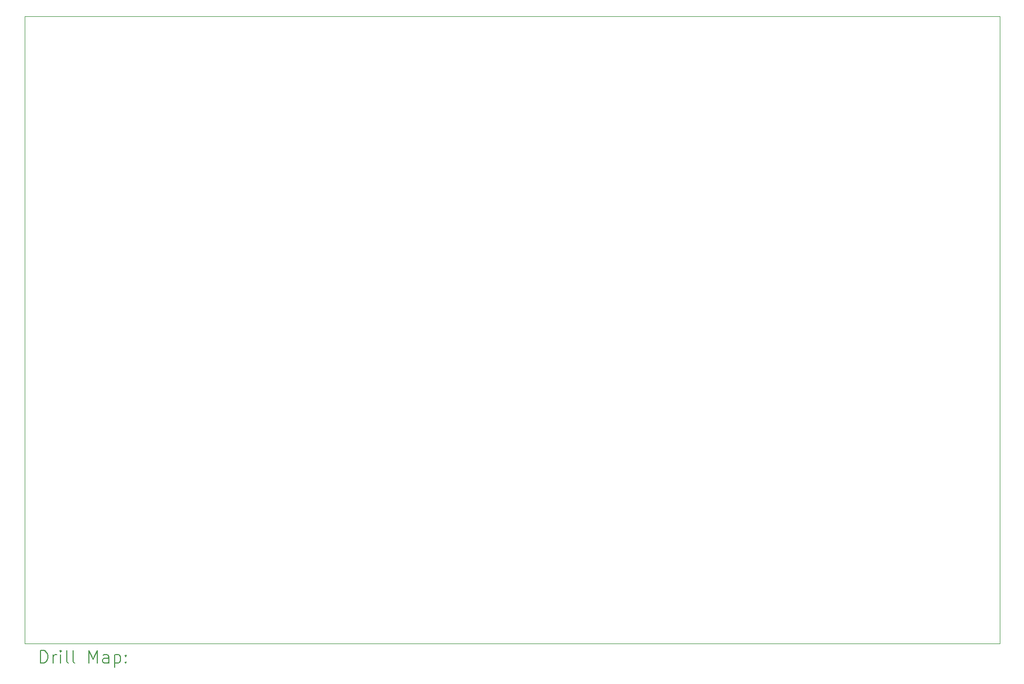
<source format=gbr>
%TF.GenerationSoftware,KiCad,Pcbnew,8.0.6-8.0.6-0~ubuntu24.04.1*%
%TF.CreationDate,2024-10-28T17:30:16+01:00*%
%TF.ProjectId,diplexer,6469706c-6578-4657-922e-6b696361645f,rev?*%
%TF.SameCoordinates,Original*%
%TF.FileFunction,Drillmap*%
%TF.FilePolarity,Positive*%
%FSLAX45Y45*%
G04 Gerber Fmt 4.5, Leading zero omitted, Abs format (unit mm)*
G04 Created by KiCad (PCBNEW 8.0.6-8.0.6-0~ubuntu24.04.1) date 2024-10-28 17:30:16*
%MOMM*%
%LPD*%
G01*
G04 APERTURE LIST*
%ADD10C,0.050000*%
%ADD11C,0.200000*%
G04 APERTURE END LIST*
D10*
X3200000Y-2880000D02*
X18900000Y-2880000D01*
X18900000Y-12980000D01*
X3200000Y-12980000D01*
X3200000Y-2880000D01*
D11*
X3458277Y-13293984D02*
X3458277Y-13093984D01*
X3458277Y-13093984D02*
X3505896Y-13093984D01*
X3505896Y-13093984D02*
X3534467Y-13103508D01*
X3534467Y-13103508D02*
X3553515Y-13122555D01*
X3553515Y-13122555D02*
X3563039Y-13141603D01*
X3563039Y-13141603D02*
X3572562Y-13179698D01*
X3572562Y-13179698D02*
X3572562Y-13208269D01*
X3572562Y-13208269D02*
X3563039Y-13246365D01*
X3563039Y-13246365D02*
X3553515Y-13265412D01*
X3553515Y-13265412D02*
X3534467Y-13284460D01*
X3534467Y-13284460D02*
X3505896Y-13293984D01*
X3505896Y-13293984D02*
X3458277Y-13293984D01*
X3658277Y-13293984D02*
X3658277Y-13160650D01*
X3658277Y-13198746D02*
X3667801Y-13179698D01*
X3667801Y-13179698D02*
X3677324Y-13170174D01*
X3677324Y-13170174D02*
X3696372Y-13160650D01*
X3696372Y-13160650D02*
X3715420Y-13160650D01*
X3782086Y-13293984D02*
X3782086Y-13160650D01*
X3782086Y-13093984D02*
X3772562Y-13103508D01*
X3772562Y-13103508D02*
X3782086Y-13113031D01*
X3782086Y-13113031D02*
X3791610Y-13103508D01*
X3791610Y-13103508D02*
X3782086Y-13093984D01*
X3782086Y-13093984D02*
X3782086Y-13113031D01*
X3905896Y-13293984D02*
X3886848Y-13284460D01*
X3886848Y-13284460D02*
X3877324Y-13265412D01*
X3877324Y-13265412D02*
X3877324Y-13093984D01*
X4010658Y-13293984D02*
X3991610Y-13284460D01*
X3991610Y-13284460D02*
X3982086Y-13265412D01*
X3982086Y-13265412D02*
X3982086Y-13093984D01*
X4239229Y-13293984D02*
X4239229Y-13093984D01*
X4239229Y-13093984D02*
X4305896Y-13236841D01*
X4305896Y-13236841D02*
X4372563Y-13093984D01*
X4372563Y-13093984D02*
X4372563Y-13293984D01*
X4553515Y-13293984D02*
X4553515Y-13189222D01*
X4553515Y-13189222D02*
X4543991Y-13170174D01*
X4543991Y-13170174D02*
X4524944Y-13160650D01*
X4524944Y-13160650D02*
X4486848Y-13160650D01*
X4486848Y-13160650D02*
X4467801Y-13170174D01*
X4553515Y-13284460D02*
X4534467Y-13293984D01*
X4534467Y-13293984D02*
X4486848Y-13293984D01*
X4486848Y-13293984D02*
X4467801Y-13284460D01*
X4467801Y-13284460D02*
X4458277Y-13265412D01*
X4458277Y-13265412D02*
X4458277Y-13246365D01*
X4458277Y-13246365D02*
X4467801Y-13227317D01*
X4467801Y-13227317D02*
X4486848Y-13217793D01*
X4486848Y-13217793D02*
X4534467Y-13217793D01*
X4534467Y-13217793D02*
X4553515Y-13208269D01*
X4648753Y-13160650D02*
X4648753Y-13360650D01*
X4648753Y-13170174D02*
X4667801Y-13160650D01*
X4667801Y-13160650D02*
X4705896Y-13160650D01*
X4705896Y-13160650D02*
X4724944Y-13170174D01*
X4724944Y-13170174D02*
X4734467Y-13179698D01*
X4734467Y-13179698D02*
X4743991Y-13198746D01*
X4743991Y-13198746D02*
X4743991Y-13255888D01*
X4743991Y-13255888D02*
X4734467Y-13274936D01*
X4734467Y-13274936D02*
X4724944Y-13284460D01*
X4724944Y-13284460D02*
X4705896Y-13293984D01*
X4705896Y-13293984D02*
X4667801Y-13293984D01*
X4667801Y-13293984D02*
X4648753Y-13284460D01*
X4829705Y-13274936D02*
X4839229Y-13284460D01*
X4839229Y-13284460D02*
X4829705Y-13293984D01*
X4829705Y-13293984D02*
X4820182Y-13284460D01*
X4820182Y-13284460D02*
X4829705Y-13274936D01*
X4829705Y-13274936D02*
X4829705Y-13293984D01*
X4829705Y-13170174D02*
X4839229Y-13179698D01*
X4839229Y-13179698D02*
X4829705Y-13189222D01*
X4829705Y-13189222D02*
X4820182Y-13179698D01*
X4820182Y-13179698D02*
X4829705Y-13170174D01*
X4829705Y-13170174D02*
X4829705Y-13189222D01*
M02*

</source>
